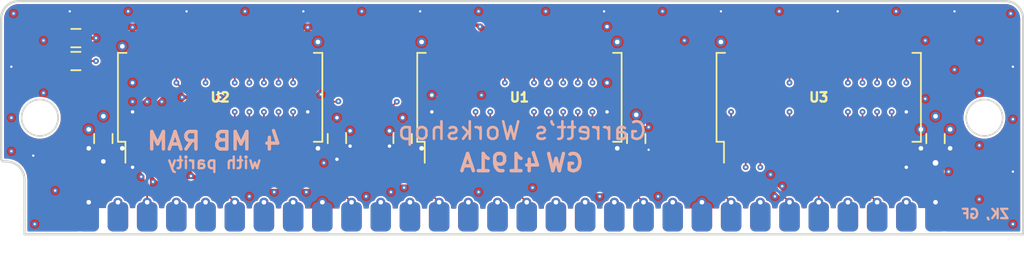
<source format=kicad_pcb>
(kicad_pcb (version 20171130) (host pcbnew "(5.1.10-1-10_14)")
  (title_block (title GW4191A) (date 2021-06-19) (rev 1.0-SOJ) (company "Garrett's Workshop"))
  (layers (0 F.Cu signal) (1 In1.Cu power) (2 In2.Cu signal) (31 B.Cu power) (34 B.Paste user) (35 F.Paste user) (36 B.SilkS user) (37 F.SilkS user) (38 B.Mask user) (39 F.Mask user) (44 Edge.Cuts user))
  (net 0 "")
  (net 1 +5V)
  (net 2 /D0)
  (net 3 /D1)
  (net 4 /~WE~)
  (net 5 /~RAS~)
  (net 6 /~CAS~)
  (net 7 /D2)
  (net 8 /D3)
  (net 9 GND)
  (net 10 /D4)
  (net 11 /D5)
  (net 12 /D6)
  (net 13 /A11)
  (net 14 /D7)
  (net 15 /QP)
  (net 16 /~CASP~)
  (net 17 /DP)
  (net 18 /1A0)
  (net 19 /1A1)
  (net 20 /1A2)
  (net 21 /1A3)
  (net 22 /1A4)
  (net 23 /1A5)
  (net 24 /1A6)
  (net 25 /1A7)
  (net 26 /1A8)
  (net 27 /1A10)
  (net 28 /1A9)
  (net 29 /~OE~)
  (net 30 "Net-(U3-Pad4)")
  (net 31 "Net-(U3-Pad23)")
  (module stdpads:SIMM-30_Edge (layer F.Cu) (at 120.65 99.822)
    (fp_text reference J1)
    (fp_text value DRAM-SIMM-30)
    (pad 1 smd roundrect (at -36.83 0.254) (size 1.778 2.54) (layers B.Cu B.Mask) (net 1 +5V))
    (pad 1 smd roundrect (at -36.83 0.254) (size 1.778 2.54) (layers F.Cu F.Mask) (net 1 +5V))
    (pad 2 smd roundrect (at -34.29 0.254) (size 1.778 2.54) (layers B.Cu B.Mask) (net 6 /~CAS~))
    (pad 3 smd roundrect (at -31.75 0.254) (size 1.778 2.54) (layers B.Cu B.Mask) (net 2 /D0))
    (pad 4 smd roundrect (at -29.21 0.254) (size 1.778 2.54) (layers B.Cu B.Mask) (net 22 /1A4))
    (pad 5 smd roundrect (at -26.67 0.254) (size 1.778 2.54) (layers B.Cu B.Mask) (net 21 /1A3))
    (pad 6 smd roundrect (at -24.13 0.254) (size 1.778 2.54) (layers B.Cu B.Mask) (net 3 /D1))
    (pad 7 smd roundrect (at -21.59 0.254) (size 1.778 2.54) (layers B.Cu B.Mask) (net 23 /1A5))
    (pad 8 smd roundrect (at -19.05 0.254) (size 1.778 2.54) (layers B.Cu B.Mask) (net 20 /1A2))
    (pad 9 smd roundrect (at -16.51 0.254) (size 1.778 2.54) (layers B.Cu B.Mask) (net 9 GND))
    (pad 10 smd roundrect (at -13.97 0.254) (size 1.778 2.54) (layers B.Cu B.Mask) (net 7 /D2))
    (pad 11 smd roundrect (at -11.43 0.254) (size 1.778 2.54) (layers B.Cu B.Mask) (net 24 /1A6))
    (pad 12 smd roundrect (at -8.89 0.254) (size 1.778 2.54) (layers B.Cu B.Mask) (net 19 /1A1))
    (pad 13 smd roundrect (at -6.35 0.254) (size 1.778 2.54) (layers B.Cu B.Mask) (net 8 /D3))
    (pad 14 smd roundrect (at -3.81 0.254) (size 1.778 2.54) (layers B.Cu B.Mask) (net 25 /1A7))
    (pad 15 smd roundrect (at -1.27 0.254) (size 1.778 2.54) (layers B.Cu B.Mask) (net 18 /1A0))
    (pad 16 smd roundrect (at 1.27 0.254) (size 1.778 2.54) (layers B.Cu B.Mask) (net 10 /D4))
    (pad 17 smd roundrect (at 3.81 0.254) (size 1.778 2.54) (layers B.Cu B.Mask) (net 26 /1A8))
    (pad 18 smd roundrect (at 6.35 0.254) (size 1.778 2.54) (layers B.Cu B.Mask) (net 27 /1A10))
    (pad 19 smd roundrect (at 8.89 0.254) (size 1.778 2.54) (layers B.Cu B.Mask) (net 28 /1A9))
    (pad 20 smd roundrect (at 11.43 0.254) (size 1.778 2.54) (layers B.Cu B.Mask) (net 11 /D5))
    (pad 21 smd roundrect (at 13.97 0.254) (size 1.778 2.54) (layers B.Cu B.Mask) (net 4 /~WE~))
    (pad 22 smd roundrect (at 16.51 0.254) (size 1.778 2.54) (layers B.Cu B.Mask) (net 9 GND))
    (pad 23 smd roundrect (at 19.05 0.254) (size 1.778 2.54) (layers B.Cu B.Mask) (net 12 /D6))
    (pad 24 smd roundrect (at 21.59 0.254) (size 1.778 2.54) (layers B.Cu B.Mask) (net 13 /A11))
    (pad 25 smd roundrect (at 24.13 0.254) (size 1.778 2.54) (layers B.Cu B.Mask) (net 14 /D7))
    (pad 26 smd roundrect (at 26.67 0.254) (size 1.778 2.54) (layers B.Cu B.Mask) (net 15 /QP))
    (pad 27 smd roundrect (at 29.21 0.254) (size 1.778 2.54) (layers B.Cu B.Mask) (net 5 /~RAS~))
    (pad 28 smd roundrect (at 31.75 0.254) (size 1.778 2.54) (layers B.Cu B.Mask) (net 16 /~CASP~))
    (pad 29 smd roundrect (at 34.29 0.254) (size 1.778 2.54) (layers B.Cu B.Mask) (net 17 /DP))
    (pad 30 smd roundrect (at 36.83 0.254) (size 1.778 2.54) (layers B.Cu B.Mask) (net 1 +5V))
    (pad 2 smd roundrect (at -34.29 0.254) (size 1.778 2.54) (layers F.Cu F.Mask) (net 6 /~CAS~))
    (pad 3 thru_hole circle (at -31.75 -1.016) (size 0.8 0.8) (drill 0.4) (layers *.Cu *.Mask) (net 2 /D0))
    (pad 11 smd roundrect (at -11.43 0.254) (size 1.778 2.54) (layers F.Cu F.Mask) (net 24 /1A6))
    (pad 5 smd roundrect (at -26.67 0.254) (size 1.778 2.54) (layers F.Cu F.Mask) (net 21 /1A3))
    (pad 12 smd roundrect (at -8.89 0.254) (size 1.778 2.54) (layers F.Cu F.Mask) (net 19 /1A1))
    (pad 26 smd roundrect (at 26.67 0.254) (size 1.778 2.54) (layers F.Cu F.Mask) (net 15 /QP))
    (pad 13 smd roundrect (at -6.35 0.254) (size 1.778 2.54) (layers F.Cu F.Mask) (net 8 /D3))
    (pad 14 smd roundrect (at -3.81 0.254) (size 1.778 2.54) (layers F.Cu F.Mask) (net 25 /1A7))
    (pad 4 smd roundrect (at -29.21 0.254) (size 1.778 2.54) (layers F.Cu F.Mask) (net 22 /1A4))
    (pad 29 smd roundrect (at 34.29 0.254) (size 1.778 2.54) (layers F.Cu F.Mask) (net 17 /DP))
    (pad 3 smd roundrect (at -31.75 0.254) (size 1.778 2.54) (layers F.Cu F.Mask) (net 2 /D0))
    (pad 24 smd roundrect (at 21.59 0.254) (size 1.778 2.54) (layers F.Cu F.Mask) (net 13 /A11))
    (pad 16 smd roundrect (at 1.27 0.254) (size 1.778 2.54) (layers F.Cu F.Mask) (net 10 /D4))
    (pad 20 smd roundrect (at 11.43 0.254) (size 1.778 2.54) (layers F.Cu F.Mask) (net 11 /D5))
    (pad 23 smd roundrect (at 19.05 0.254) (size 1.778 2.54) (layers F.Cu F.Mask) (net 12 /D6))
    (pad 9 smd roundrect (at -16.51 0.254) (size 1.778 2.54) (layers F.Cu F.Mask) (net 9 GND))
    (pad 18 smd roundrect (at 6.35 0.254) (size 1.778 2.54) (layers F.Cu F.Mask) (net 27 /1A10))
    (pad 21 smd roundrect (at 13.97 0.254) (size 1.778 2.54) (layers F.Cu F.Mask) (net 4 /~WE~))
    (pad 19 smd roundrect (at 8.89 0.254) (size 1.778 2.54) (layers F.Cu F.Mask) (net 28 /1A9))
    (pad 10 smd roundrect (at -13.97 0.254) (size 1.778 2.54) (layers F.Cu F.Mask) (net 7 /D2))
    (pad 22 smd roundrect (at 16.51 0.254) (size 1.778 2.54) (layers F.Cu F.Mask) (net 9 GND))
    (pad 6 smd roundrect (at -24.13 0.254) (size 1.778 2.54) (layers F.Cu F.Mask) (net 3 /D1))
    (pad 17 smd roundrect (at 3.81 0.254) (size 1.778 2.54) (layers F.Cu F.Mask) (net 26 /1A8))
    (pad 7 smd roundrect (at -21.59 0.254) (size 1.778 2.54) (layers F.Cu F.Mask) (net 23 /1A5))
    (pad 8 smd roundrect (at -19.05 0.254) (size 1.778 2.54) (layers F.Cu F.Mask) (net 20 /1A2))
    (pad 27 smd roundrect (at 29.21 0.254) (size 1.778 2.54) (layers F.Cu F.Mask) (net 5 /~RAS~))
    (pad 28 smd roundrect (at 31.75 0.254) (size 1.778 2.54) (layers F.Cu F.Mask) (net 16 /~CASP~))
    (pad 30 smd roundrect (at 36.83 0.254) (size 1.778 2.54) (layers F.Cu F.Mask) (net 1 +5V))
    (pad 15 smd roundrect (at -1.27 0.254) (size 1.778 2.54) (layers F.Cu F.Mask) (net 18 /1A0))
    (pad 25 smd roundrect (at 24.13 0.254) (size 1.778 2.54) (layers F.Cu F.Mask) (net 14 /D7))
    (pad 2 thru_hole circle (at -34.29 -1.016) (size 0.8 0.8) (drill 0.4) (layers *.Cu *.Mask) (net 6 /~CAS~))
    (pad 1 thru_hole circle (at -36.83 -1.016) (size 0.8 0.8) (drill 0.4) (layers *.Cu *.Mask) (net 1 +5V))
    (pad 5 thru_hole circle (at -26.67 -1.016) (size 0.8 0.8) (drill 0.4) (layers *.Cu *.Mask) (net 21 /1A3))
    (pad 4 thru_hole circle (at -29.21 -1.016) (size 0.8 0.8) (drill 0.4) (layers *.Cu *.Mask) (net 22 /1A4))
    (pad 6 thru_hole circle (at -24.13 -1.016) (size 0.8 0.8) (drill 0.4) (layers *.Cu *.Mask) (net 3 /D1))
    (pad 7 thru_hole circle (at -21.59 -1.016) (size 0.8 0.8) (drill 0.4) (layers *.Cu *.Mask) (net 23 /1A5))
    (pad 9 thru_hole circle (at -16.51 -1.016) (size 0.8 0.8) (drill 0.4) (layers *.Cu *.Mask) (net 9 GND))
    (pad 8 thru_hole circle (at -19.05 -1.016) (size 0.8 0.8) (drill 0.4) (layers *.Cu *.Mask) (net 20 /1A2))
    (pad 11 thru_hole circle (at -11.43 -1.016) (size 0.8 0.8) (drill 0.4) (layers *.Cu *.Mask) (net 24 /1A6))
    (pad 10 thru_hole circle (at -13.97 -1.016) (size 0.8 0.8) (drill 0.4) (layers *.Cu *.Mask) (net 7 /D2))
    (pad 12 thru_hole circle (at -8.89 -1.016) (size 0.8 0.8) (drill 0.4) (layers *.Cu *.Mask) (net 19 /1A1))
    (pad 14 thru_hole circle (at -3.81 -1.016) (size 0.8 0.8) (drill 0.4) (layers *.Cu *.Mask) (net 25 /1A7))
    (pad 13 thru_hole circle (at -6.35 -1.016) (size 0.8 0.8) (drill 0.4) (layers *.Cu *.Mask) (net 8 /D3))
    (pad 15 thru_hole circle (at -1.27 -1.016) (size 0.8 0.8) (drill 0.4) (layers *.Cu *.Mask) (net 18 /1A0))
    (pad 17 thru_hole circle (at 3.81 -1.016) (size 0.8 0.8) (drill 0.4) (layers *.Cu *.Mask) (net 26 /1A8))
    (pad 16 thru_hole circle (at 1.27 -1.016) (size 0.8 0.8) (drill 0.4) (layers *.Cu *.Mask) (net 10 /D4))
    (pad 18 thru_hole circle (at 6.35 -1.016) (size 0.8 0.8) (drill 0.4) (layers *.Cu *.Mask) (net 27 /1A10))
    (pad 27 thru_hole circle (at 29.21 -1.016) (size 0.8 0.8) (drill 0.4) (layers *.Cu *.Mask) (net 5 /~RAS~))
    (pad 26 thru_hole circle (at 26.67 -1.016) (size 0.8 0.8) (drill 0.4) (layers *.Cu *.Mask) (net 15 /QP))
    (pad 28 thru_hole circle (at 31.75 -1.016) (size 0.8 0.8) (drill 0.4) (layers *.Cu *.Mask) (net 16 /~CASP~))
    (pad 21 thru_hole circle (at 13.97 -1.016) (size 0.8 0.8) (drill 0.4) (layers *.Cu *.Mask) (net 4 /~WE~))
    (pad 20 thru_hole circle (at 11.43 -1.016) (size 0.8 0.8) (drill 0.4) (layers *.Cu *.Mask) (net 11 /D5))
    (pad 22 thru_hole circle (at 16.51 -1.016) (size 0.8 0.8) (drill 0.4) (layers *.Cu *.Mask) (net 9 GND))
    (pad 24 thru_hole circle (at 21.59 -1.016) (size 0.8 0.8) (drill 0.4) (layers *.Cu *.Mask) (net 13 /A11))
    (pad 23 thru_hole circle (at 19.05 -1.016) (size 0.8 0.8) (drill 0.4) (layers *.Cu *.Mask) (net 12 /D6))
    (pad 25 thru_hole circle (at 24.13 -1.016) (size 0.8 0.8) (drill 0.4) (layers *.Cu *.Mask) (net 14 /D7))
    (pad 19 thru_hole circle (at 8.89 -1.016) (size 0.8 0.8) (drill 0.4) (layers *.Cu *.Mask) (net 28 /1A9))
    (pad 29 thru_hole circle (at 34.29 -1.016) (size 0.8 0.8) (drill 0.4) (layers *.Cu *.Mask) (net 17 /DP))
    (pad 30 thru_hole circle (at 36.83 -1.016) (size 0.8 0.8) (drill 0.4) (layers *.Cu *.Mask) (net 1 +5V))
  )
  (module stdpads:C_0805 (layer F.Cu) (at 85.09 93.257 90)
    (fp_text reference C1)
    (fp_text value 2u2)
    (pad 2 smd roundrect (at 0.85 0 90) (size 1.05 1.4) (layers F.Cu F.Paste F.Mask) (net 9 GND))
    (pad 1 smd roundrect (at -0.85 0 90) (size 1.05 1.4) (layers F.Cu F.Paste F.Mask) (net 1 +5V))
  )
  (module stdpads:C_0805 (layer F.Cu) (at 105.41 93.257 90)
    (fp_text reference C2)
    (fp_text value 2u2)
    (pad 2 smd roundrect (at 0.85 0 90) (size 1.05 1.4) (layers F.Cu F.Paste F.Mask) (net 9 GND))
    (pad 1 smd roundrect (at -0.85 0 90) (size 1.05 1.4) (layers F.Cu F.Paste F.Mask) (net 1 +5V))
  )
  (module stdpads:C_0805 (layer F.Cu) (at 111.125 93.257 90)
    (fp_text reference C3)
    (fp_text value 2u2)
    (pad 2 smd roundrect (at 0.85 0 90) (size 1.05 1.4) (layers F.Cu F.Paste F.Mask) (net 9 GND))
    (pad 1 smd roundrect (at -0.85 0 90) (size 1.05 1.4) (layers F.Cu F.Paste F.Mask) (net 1 +5V))
  )
  (module stdpads:C_0805 (layer F.Cu) (at 157.48 93.257 90)
    (fp_text reference C5)
    (fp_text value 2u2)
    (pad 2 smd roundrect (at 0.85 0 90) (size 1.05 1.4) (layers F.Cu F.Paste F.Mask) (net 9 GND))
    (pad 1 smd roundrect (at -0.85 0 90) (size 1.05 1.4) (layers F.Cu F.Paste F.Mask) (net 1 +5V))
  )
  (module stdpads:C_0805 (layer F.Cu) (at 131.445 93.257 90)
    (fp_text reference C4)
    (fp_text value 2u2)
    (pad 2 smd roundrect (at 0.85 0 90) (size 1.05 1.4) (layers F.Cu F.Paste F.Mask) (net 9 GND))
    (pad 1 smd roundrect (at -0.85 0 90) (size 1.05 1.4) (layers F.Cu F.Paste F.Mask) (net 1 +5V))
  )
  (module stdpads:R_0805 (layer F.Cu) (at 82.7 86.5 180)
    (fp_text reference R1)
    (fp_text value EDO)
    (pad 2 smd roundrect (at 0.95 0 180) (size 0.85 1.4) (layers F.Cu F.Paste F.Mask) (net 29 /~OE~))
    (pad 1 smd roundrect (at -0.95 0 180) (size 0.85 1.4) (layers F.Cu F.Paste F.Mask) (net 6 /~CAS~))
  )
  (module stdpads:R_0805 (layer F.Cu) (at 82.7 84.5)
    (fp_text reference R2)
    (fp_text value FPM)
    (pad 2 smd roundrect (at 0.95 0) (size 0.85 1.4) (layers F.Cu F.Paste F.Mask) (net 9 GND))
    (pad 1 smd roundrect (at -0.95 0) (size 0.85 1.4) (layers F.Cu F.Paste F.Mask) (net 29 /~OE~))
  )
  (module stdpads:SOP-24-26_300mil (layer F.Cu) (at 121.285 89.662 90)
    (fp_text reference U1)
    (fp_text value 4C4M4)
    (fp_text user %R (at 0 0) (layer F.SilkS) (effects (font (size 0.8128 0.8128) (thickness 0.2032))))
    (pad 1 smd roundrect (at -4.699 -7.62 90) (size 2.032 0.6) (layers F.Cu F.Paste F.Mask) (net 1 +5V))
    (pad 2 smd roundrect (at -4.699 -6.35 90) (size 2.032 0.6) (layers F.Cu F.Paste F.Mask) (net 11 /D5))
    (pad 3 smd roundrect (at -4.699 -5.08 90) (size 2.032 0.6) (layers F.Cu F.Paste F.Mask) (net 14 /D7))
    (pad 4 smd roundrect (at -4.699 -3.81 90) (size 2.032 0.6) (layers F.Cu F.Paste F.Mask) (net 4 /~WE~))
    (pad 5 smd roundrect (at -4.699 -2.54 90) (size 2.032 0.6) (layers F.Cu F.Paste F.Mask) (net 5 /~RAS~))
    (pad 6 smd roundrect (at -4.699 -1.27 90) (size 2.032 0.6) (layers F.Cu F.Paste F.Mask))
    (pad 8 smd roundrect (at -4.699 1.27 90) (size 2.032 0.6) (layers F.Cu F.Paste F.Mask) (net 27 /1A10))
    (pad 9 smd roundrect (at -4.699 2.54 90) (size 2.032 0.6) (layers F.Cu F.Paste F.Mask) (net 18 /1A0))
    (pad 10 smd roundrect (at -4.699 3.81 90) (size 2.032 0.6) (layers F.Cu F.Paste F.Mask) (net 19 /1A1))
    (pad 11 smd roundrect (at -4.699 5.08 90) (size 2.032 0.6) (layers F.Cu F.Paste F.Mask) (net 20 /1A2))
    (pad 12 smd roundrect (at -4.699 6.35 90) (size 2.032 0.6) (layers F.Cu F.Paste F.Mask) (net 21 /1A3))
    (pad 13 smd roundrect (at -4.699 7.62 90) (size 2.032 0.6) (layers F.Cu F.Paste F.Mask) (net 1 +5V))
    (pad 14 smd roundrect (at 4.699 7.62 90) (size 2.032 0.6) (layers F.Cu F.Paste F.Mask) (net 9 GND))
    (pad 15 smd roundrect (at 4.699 6.35 90) (size 2.032 0.6) (layers F.Cu F.Paste F.Mask) (net 22 /1A4))
    (pad 16 smd roundrect (at 4.699 5.08 90) (size 2.032 0.6) (layers F.Cu F.Paste F.Mask) (net 23 /1A5))
    (pad 17 smd roundrect (at 4.699 3.81 90) (size 2.032 0.6) (layers F.Cu F.Paste F.Mask) (net 24 /1A6))
    (pad 18 smd roundrect (at 4.699 2.54 90) (size 2.032 0.6) (layers F.Cu F.Paste F.Mask) (net 25 /1A7))
    (pad 19 smd roundrect (at 4.699 1.27 90) (size 2.032 0.6) (layers F.Cu F.Paste F.Mask) (net 26 /1A8))
    (pad 21 smd roundrect (at 4.699 -1.27 90) (size 2.032 0.6) (layers F.Cu F.Paste F.Mask) (net 28 /1A9))
    (pad 22 smd roundrect (at 4.699 -2.54 90) (size 2.032 0.6) (layers F.Cu F.Paste F.Mask) (net 29 /~OE~))
    (pad 23 smd roundrect (at 4.699 -3.81 90) (size 2.032 0.6) (layers F.Cu F.Paste F.Mask) (net 6 /~CAS~))
    (pad 24 smd roundrect (at 4.699 -5.08 90) (size 2.032 0.6) (layers F.Cu F.Paste F.Mask) (net 12 /D6))
    (pad 25 smd roundrect (at 4.699 -6.35 90) (size 2.032 0.6) (layers F.Cu F.Paste F.Mask) (net 10 /D4))
    (pad 26 smd roundrect (at 4.699 -7.62 90) (size 2.032 0.6) (layers F.Cu F.Paste F.Mask) (net 9 GND))
  )
  (module stdpads:SOP-24-26_300mil (layer F.Cu) (at 95.25 89.662 90)
    (fp_text reference U2)
    (fp_text value 4C4M4)
    (fp_text user %R (at 0 0) (layer F.SilkS) (effects (font (size 0.8128 0.8128) (thickness 0.2032))))
    (pad 26 smd roundrect (at 4.699 -7.62 90) (size 2.032 0.6) (layers F.Cu F.Paste F.Mask) (net 9 GND))
    (pad 25 smd roundrect (at 4.699 -6.35 90) (size 2.032 0.6) (layers F.Cu F.Paste F.Mask) (net 2 /D0))
    (pad 24 smd roundrect (at 4.699 -5.08 90) (size 2.032 0.6) (layers F.Cu F.Paste F.Mask) (net 7 /D2))
    (pad 23 smd roundrect (at 4.699 -3.81 90) (size 2.032 0.6) (layers F.Cu F.Paste F.Mask) (net 6 /~CAS~))
    (pad 22 smd roundrect (at 4.699 -2.54 90) (size 2.032 0.6) (layers F.Cu F.Paste F.Mask) (net 29 /~OE~))
    (pad 21 smd roundrect (at 4.699 -1.27 90) (size 2.032 0.6) (layers F.Cu F.Paste F.Mask) (net 22 /1A4))
    (pad 19 smd roundrect (at 4.699 1.27 90) (size 2.032 0.6) (layers F.Cu F.Paste F.Mask) (net 23 /1A5))
    (pad 18 smd roundrect (at 4.699 2.54 90) (size 2.032 0.6) (layers F.Cu F.Paste F.Mask) (net 24 /1A6))
    (pad 17 smd roundrect (at 4.699 3.81 90) (size 2.032 0.6) (layers F.Cu F.Paste F.Mask) (net 25 /1A7))
    (pad 16 smd roundrect (at 4.699 5.08 90) (size 2.032 0.6) (layers F.Cu F.Paste F.Mask) (net 26 /1A8))
    (pad 15 smd roundrect (at 4.699 6.35 90) (size 2.032 0.6) (layers F.Cu F.Paste F.Mask) (net 28 /1A9))
    (pad 14 smd roundrect (at 4.699 7.62 90) (size 2.032 0.6) (layers F.Cu F.Paste F.Mask) (net 9 GND))
    (pad 13 smd roundrect (at -4.699 7.62 90) (size 2.032 0.6) (layers F.Cu F.Paste F.Mask) (net 1 +5V))
    (pad 12 smd roundrect (at -4.699 6.35 90) (size 2.032 0.6) (layers F.Cu F.Paste F.Mask) (net 27 /1A10))
    (pad 11 smd roundrect (at -4.699 5.08 90) (size 2.032 0.6) (layers F.Cu F.Paste F.Mask) (net 18 /1A0))
    (pad 10 smd roundrect (at -4.699 3.81 90) (size 2.032 0.6) (layers F.Cu F.Paste F.Mask) (net 19 /1A1))
    (pad 9 smd roundrect (at -4.699 2.54 90) (size 2.032 0.6) (layers F.Cu F.Paste F.Mask) (net 20 /1A2))
    (pad 8 smd roundrect (at -4.699 1.27 90) (size 2.032 0.6) (layers F.Cu F.Paste F.Mask) (net 21 /1A3))
    (pad 6 smd roundrect (at -4.699 -1.27 90) (size 2.032 0.6) (layers F.Cu F.Paste F.Mask))
    (pad 5 smd roundrect (at -4.699 -2.54 90) (size 2.032 0.6) (layers F.Cu F.Paste F.Mask) (net 5 /~RAS~))
    (pad 4 smd roundrect (at -4.699 -3.81 90) (size 2.032 0.6) (layers F.Cu F.Paste F.Mask) (net 4 /~WE~))
    (pad 3 smd roundrect (at -4.699 -5.08 90) (size 2.032 0.6) (layers F.Cu F.Paste F.Mask) (net 8 /D3))
    (pad 2 smd roundrect (at -4.699 -6.35 90) (size 2.032 0.6) (layers F.Cu F.Paste F.Mask) (net 3 /D1))
    (pad 1 smd roundrect (at -4.699 -7.62 90) (size 2.032 0.6) (layers F.Cu F.Paste F.Mask) (net 1 +5V))
  )
  (module stdpads:SOP-20-26_300mil (layer F.Cu) (at 147.32 89.662 90)
    (fp_text reference U3)
    (fp_text value 4C4M1)
    (fp_text user %R (at 0 0) (layer F.SilkS) (effects (font (size 0.8128 0.8128) (thickness 0.2032))))
    (pad 26 smd roundrect (at 4.699 -7.62 90) (size 2.032 0.6) (layers F.Cu F.Paste F.Mask) (net 9 GND))
    (pad 25 smd roundrect (at 4.699 -6.35 90) (size 2.032 0.6) (layers F.Cu F.Paste F.Mask) (net 15 /QP))
    (pad 24 smd roundrect (at 4.699 -5.08 90) (size 2.032 0.6) (layers F.Cu F.Paste F.Mask) (net 16 /~CASP~))
    (pad 23 smd roundrect (at 4.699 -3.81 90) (size 2.032 0.6) (layers F.Cu F.Paste F.Mask) (net 31 "Net-(U3-Pad23)"))
    (pad 22 smd roundrect (at 4.699 -2.54 90) (size 2.032 0.6) (layers F.Cu F.Paste F.Mask) (net 27 /1A10))
    (pad 18 smd roundrect (at 4.699 2.54 90) (size 2.032 0.6) (layers F.Cu F.Paste F.Mask) (net 26 /1A8))
    (pad 17 smd roundrect (at 4.699 3.81 90) (size 2.032 0.6) (layers F.Cu F.Paste F.Mask) (net 25 /1A7))
    (pad 16 smd roundrect (at 4.699 5.08 90) (size 2.032 0.6) (layers F.Cu F.Paste F.Mask) (net 24 /1A6))
    (pad 15 smd roundrect (at 4.699 6.35 90) (size 2.032 0.6) (layers F.Cu F.Paste F.Mask) (net 23 /1A5))
    (pad 14 smd roundrect (at 4.699 7.62 90) (size 2.032 0.6) (layers F.Cu F.Paste F.Mask) (net 22 /1A4))
    (pad 13 smd roundrect (at -4.699 7.62 90) (size 2.032 0.6) (layers F.Cu F.Paste F.Mask) (net 1 +5V))
    (pad 12 smd roundrect (at -4.699 6.35 90) (size 2.032 0.6) (layers F.Cu F.Paste F.Mask) (net 21 /1A3))
    (pad 11 smd roundrect (at -4.699 5.08 90) (size 2.032 0.6) (layers F.Cu F.Paste F.Mask) (net 20 /1A2))
    (pad 10 smd roundrect (at -4.699 3.81 90) (size 2.032 0.6) (layers F.Cu F.Paste F.Mask) (net 19 /1A1))
    (pad 9 smd roundrect (at -4.699 2.54 90) (size 2.032 0.6) (layers F.Cu F.Paste F.Mask) (net 18 /1A0))
    (pad 5 smd roundrect (at -4.699 -2.54 90) (size 2.032 0.6) (layers F.Cu F.Paste F.Mask) (net 28 /1A9))
    (pad 4 smd roundrect (at -4.699 -3.81 90) (size 2.032 0.6) (layers F.Cu F.Paste F.Mask) (net 30 "Net-(U3-Pad4)"))
    (pad 3 smd roundrect (at -4.699 -5.08 90) (size 2.032 0.6) (layers F.Cu F.Paste F.Mask) (net 5 /~RAS~))
    (pad 2 smd roundrect (at -4.699 -6.35 90) (size 2.032 0.6) (layers F.Cu F.Paste F.Mask) (net 4 /~WE~))
    (pad 1 smd roundrect (at -4.699 -7.62 90) (size 2.032 0.6) (layers F.Cu F.Paste F.Mask) (net 17 /DP))
  )
  (gr_text "ZK, GF" (at 161.798 99.822) (layer B.SilkS) (effects (font (size 0.8128 0.8128) (thickness 0.2032)) (justify mirror)))
  (gr_arc (start 76.6445 96.8375) (end 78.232 96.8375) (angle -90) (layer Edge.Cuts) (width 0.2))
  (gr_line (start 76.2 94.996) (end 76.2 82.804) (layer Edge.Cuts) (width 0.2))
  (gr_line (start 78.232 101.6) (end 78.232 96.8375) (layer Edge.Cuts) (width 0.2))
  (gr_line (start 76.6445 95.25) (end 76.454 95.25) (layer Edge.Cuts) (width 0.2))
  (gr_arc (start 76.454 94.996) (end 76.2 94.996) (angle -90) (layer Edge.Cuts) (width 0.2))
  (gr_text "4 MB RAM" (at 94.742 93.472) (layer B.SilkS) (effects (font (size 1.524 1.524) (thickness 0.3)) (justify mirror)))
  (gr_text "with parity" (at 94.742 95.377) (layer B.SilkS) (effects (font (size 1.016 1.016) (thickness 0.2032)) (justify mirror)))
  (gr_text "Garrett’s Workshop" (at 121.539 92.583) (layer B.SilkS) (effects (font (size 1.524 1.524) (thickness 0.225)) (justify mirror)))
  (gr_text GW (at 125.222 95.377) (layer B.SilkS) (effects (font (size 1.5 1.5) (thickness 0.3)) (justify mirror)))
  (gr_arc (start 77.724 82.804) (end 77.724 81.28) (angle -90) (layer Edge.Cuts) (width 0.2))
  (gr_arc (start 163.576 82.804) (end 165.1 82.804) (angle -90) (layer Edge.Cuts) (width 0.2))
  (gr_text 4191A (at 119.634 95.377) (layer B.SilkS) (effects (font (size 1.5 1.5) (thickness 0.3)) (justify mirror)))
  (gr_circle (center 79.5655 91.44) (end 77.978 91.44) (layer Edge.Cuts) (width 0.15))
  (gr_circle (center 161.7345 91.44) (end 163.322 91.44) (layer Edge.Cuts) (width 0.15))
  (gr_line (start 165.1 82.804) (end 165.1 101.6) (layer Edge.Cuts) (width 0.2))
  (gr_line (start 77.724 81.28) (end 163.576 81.28) (layer Edge.Cuts) (width 0.2))
  (gr_line (start 165.1 101.6) (end 78.232 101.6) (layer Edge.Cuts) (width 0.2))
  (via (at 86.741 94.107) (size 0.8) (drill 0.4) (layers F.Cu B.Cu) (net 1))
  (segment (start 87.625 94.107) (end 87.63 94.112) (width 0.508) (layer F.Cu) (net 1))
  (segment (start 86.741 94.107) (end 87.625 94.107) (width 0.508) (layer F.Cu) (net 1))
  (via (at 112.776 94.107) (size 0.8) (drill 0.4) (layers F.Cu B.Cu) (net 1))
  (via (at 129.794 94.107) (size 0.8) (drill 0.4) (layers F.Cu B.Cu) (net 1))
  (segment (start 102.875 94.107) (end 102.87 94.112) (width 0.508) (layer F.Cu) (net 1))
  (segment (start 113.66 94.107) (end 113.665 94.112) (width 0.508) (layer F.Cu) (net 1))
  (segment (start 112.776 94.107) (end 113.66 94.107) (width 0.508) (layer F.Cu) (net 1))
  (segment (start 128.91 94.107) (end 128.905 94.112) (width 0.508) (layer F.Cu) (net 1))
  (segment (start 129.794 94.107) (end 128.91 94.107) (width 0.508) (layer F.Cu) (net 1))
  (segment (start 85.09 94.107) (end 86.741 94.107) (width 0.762) (layer F.Cu) (net 1))
  (via (at 83.82 94.107) (size 0.8) (drill 0.4) (layers F.Cu B.Cu) (net 1))
  (segment (start 85.09 94.107) (end 83.82 94.107) (width 0.762) (layer F.Cu) (net 1))
  (via (at 85.09 95.25) (size 0.8) (drill 0.4) (layers F.Cu B.Cu) (net 1))
  (segment (start 85.09 94.107) (end 85.09 95.25) (width 0.762) (layer F.Cu) (net 1))
  (segment (start 103.759 94.107) (end 102.875 94.107) (width 0.508) (layer F.Cu) (net 1))
  (via (at 103.759 94.107) (size 0.8) (drill 0.4) (layers F.Cu B.Cu) (net 1))
  (segment (start 105.41 94.107) (end 103.759 94.107) (width 0.762) (layer F.Cu) (net 1))
  (segment (start 111.125 94.107) (end 112.776 94.107) (width 0.762) (layer F.Cu) (net 1))
  (segment (start 131.445 94.107) (end 129.794 94.107) (width 0.762) (layer F.Cu) (net 1))
  (segment (start 157.48 98.806) (end 157.48 95.377) (width 1.27) (layer F.Cu) (net 1))
  (segment (start 157.48 95.377) (end 157.48 94.107) (width 0.762) (layer F.Cu) (net 1))
  (via (at 156.21 94.107) (size 0.8) (drill 0.4) (layers F.Cu B.Cu) (net 1))
  (segment (start 157.48 94.107) (end 156.21 94.107) (width 0.8) (layer F.Cu) (net 1))
  (via (at 158.75 94.107) (size 0.8) (drill 0.4) (layers F.Cu B.Cu) (net 1))
  (segment (start 157.48 94.107) (end 158.75 94.107) (width 0.8) (layer F.Cu) (net 1))
  (via (at 157.48 95.377) (size 1) (drill 0.5) (layers F.Cu B.Cu) (net 1))
  (via (at 113.665 90.932) (size 0.6) (drill 0.3) (layers F.Cu B.Cu) (net 1))
  (segment (start 113.665 94.112) (end 113.665 90.932) (width 0.6) (layer F.Cu) (net 1))
  (via (at 128.905 90.932) (size 0.6) (drill 0.3) (layers F.Cu B.Cu) (net 1))
  (segment (start 128.905 94.112) (end 128.905 90.932) (width 0.6) (layer F.Cu) (net 1))
  (via (at 102.87 90.932) (size 0.6) (drill 0.3) (layers F.Cu B.Cu) (net 1))
  (segment (start 102.87 94.112) (end 102.87 90.932) (width 0.6) (layer F.Cu) (net 1))
  (via (at 87.63 90.932) (size 0.6) (drill 0.3) (layers F.Cu B.Cu) (net 1))
  (segment (start 87.63 94.112) (end 87.63 90.932) (width 0.6) (layer F.Cu) (net 1))
  (via (at 87.63 95.758) (size 0.6) (drill 0.3) (layers F.Cu B.Cu) (net 1))
  (segment (start 87.63 94.112) (end 87.63 95.758) (width 0.6) (layer F.Cu) (net 1))
  (via (at 159.131 82.169) (size 0.508) (drill 0.2) (layers F.Cu B.Cu) (net 1))
  (via (at 148.971 82.169) (size 0.508) (drill 0.2) (layers F.Cu B.Cu) (net 1))
  (via (at 92.329 82.169) (size 0.508) (drill 0.2) (layers F.Cu B.Cu) (net 1))
  (via (at 102.489 82.169) (size 0.508) (drill 0.2) (layers F.Cu B.Cu) (net 1))
  (via (at 138.811 82.169) (size 0.508) (drill 0.2) (layers F.Cu B.Cu) (net 1))
  (via (at 128.651 82.169) (size 0.508) (drill 0.2) (layers F.Cu B.Cu) (net 1))
  (via (at 112.649 82.169) (size 0.508) (drill 0.2) (layers F.Cu B.Cu) (net 1))
  (via (at 82.169 82.169) (size 0.508) (drill 0.2) (layers F.Cu B.Cu) (net 1))
  (via (at 105.41 95.0595) (size 0.6) (drill 0.3) (layers F.Cu B.Cu) (net 1))
  (segment (start 105.41 94.107) (end 105.41 95.0595) (width 0.6) (layer F.Cu) (net 1))
  (via (at 109.982 93.9165) (size 0.6) (drill 0.3) (layers F.Cu B.Cu) (net 1))
  (segment (start 110.1725 94.107) (end 109.982 93.9165) (width 0.6) (layer F.Cu) (net 1))
  (segment (start 111.125 94.107) (end 110.1725 94.107) (width 0.6) (layer F.Cu) (net 1))
  (segment (start 156.21 94.107) (end 154.94 94.107) (width 0.6) (layer F.Cu) (net 1))
  (segment (start 154.94 94.107) (end 154.94 93.362) (width 0.6) (layer F.Cu) (net 1))
  (via (at 154.94 95.758) (size 0.6) (drill 0.3) (layers F.Cu B.Cu) (net 1))
  (segment (start 154.94 93.362) (end 154.94 95.758) (width 0.6) (layer F.Cu) (net 1))
  (via (at 154.94 90.932) (size 0.6) (drill 0.3) (layers F.Cu B.Cu) (net 1))
  (segment (start 154.94 93.362) (end 154.94 90.932) (width 0.6) (layer F.Cu) (net 1))
  (via (at 106.553 93.9165) (size 0.6) (drill 0.3) (layers F.Cu B.Cu) (net 1))
  (segment (start 106.3625 94.107) (end 106.553 93.9165) (width 0.6) (layer F.Cu) (net 1))
  (segment (start 105.41 94.107) (end 106.3625 94.107) (width 0.6) (layer F.Cu) (net 1))
  (via (at 132.5245 94.234) (size 0.508) (drill 0.2) (layers F.Cu B.Cu) (net 1))
  (segment (start 132.3975 94.107) (end 132.5245 94.234) (width 0.508) (layer F.Cu) (net 1))
  (segment (start 131.445 94.107) (end 132.3975 94.107) (width 0.508) (layer F.Cu) (net 1))
  (via (at 77.089 86.995) (size 0.508) (drill 0.2) (layers F.Cu B.Cu) (net 1))
  (via (at 164.211 86.995) (size 0.508) (drill 0.2) (layers F.Cu B.Cu) (net 1))
  (via (at 164.211 96.139) (size 0.508) (drill 0.2) (layers F.Cu B.Cu) (net 1))
  (via (at 78.994 94.742) (size 0.508) (drill 0.2) (layers F.Cu B.Cu) (net 1))
  (segment (start 88.9 89.281) (end 88.9 85.962) (width 0.1524) (layer F.Cu) (net 2))
  (segment (start 88.265 89.916) (end 88.9 89.281) (width 0.1524) (layer F.Cu) (net 2))
  (segment (start 88.265 95.758) (end 88.265 89.916) (width 0.1524) (layer F.Cu) (net 2))
  (segment (start 88.9 96.393) (end 88.265 95.758) (width 0.1524) (layer F.Cu) (net 2))
  (segment (start 88.9 98.806) (end 88.9 96.393) (width 0.1524) (layer F.Cu) (net 2))
  (segment (start 88.9 95.758) (end 88.9 94.112) (width 0.1524) (layer F.Cu) (net 3))
  (segment (start 95.504 97.79) (end 90.932 97.79) (width 0.1524) (layer F.Cu) (net 3))
  (segment (start 96.52 98.806) (end 95.504 97.79) (width 0.1524) (layer F.Cu) (net 3))
  (segment (start 90.932 97.79) (end 88.9 95.758) (width 0.1524) (layer F.Cu) (net 3))
  (segment (start 117.475 94.112) (end 117.475 90.932) (width 0.1524) (layer F.Cu) (net 4))
  (via (at 117.475 90.932) (size 0.508) (drill 0.2) (layers F.Cu B.Cu) (net 4))
  (segment (start 91.44 90.932) (end 91.44 94.112) (width 0.1524) (layer F.Cu) (net 4))
  (segment (start 92.329 90.043) (end 91.44 90.932) (width 0.1524) (layer F.Cu) (net 4))
  (segment (start 94.869 90.043) (end 92.329 90.043) (width 0.1524) (layer F.Cu) (net 4))
  (segment (start 94.996 90.17) (end 94.869 90.043) (width 0.1524) (layer F.Cu) (net 4))
  (segment (start 95.504 90.17) (end 94.996 90.17) (width 0.1524) (layer F.Cu) (net 4))
  (segment (start 105.50525 90.043) (end 95.631 90.043) (width 0.1524) (layer F.Cu) (net 4))
  (segment (start 95.631 90.043) (end 95.504 90.17) (width 0.1524) (layer F.Cu) (net 4))
  (segment (start 105.537 90.01125) (end 105.50525 90.043) (width 0.1524) (layer F.Cu) (net 4))
  (via (at 105.537 90.01125) (size 0.508) (drill 0.2) (layers F.Cu B.Cu) (net 4))
  (segment (start 140.97 93.362) (end 140.97 95.758) (width 0.1524) (layer F.Cu) (net 4))
  (via (at 140.97 95.758) (size 0.508) (drill 0.2) (layers F.Cu B.Cu) (net 4))
  (via (at 118.745 90.932) (size 0.508) (drill 0.2) (layers F.Cu B.Cu) (net 5))
  (segment (start 118.745 94.112) (end 118.745 90.932) (width 0.1524) (layer F.Cu) (net 5))
  (segment (start 142.24 93.362) (end 142.24 95.758) (width 0.1524) (layer F.Cu) (net 5))
  (via (at 142.24 95.758) (size 0.508) (drill 0.2) (layers F.Cu B.Cu) (net 5))
  (segment (start 92.71 95.758) (end 92.71 93.362) (width 0.1524) (layer F.Cu) (net 5))
  (segment (start 108.331 94.107) (end 106.045 96.393) (width 0.1524) (layer F.Cu) (net 5))
  (segment (start 108.331 92.329) (end 108.331 94.107) (width 0.1524) (layer F.Cu) (net 5))
  (segment (start 110.617 90.043) (end 108.331 92.329) (width 0.1524) (layer F.Cu) (net 5))
  (segment (start 93.345 96.393) (end 92.71 95.758) (width 0.1524) (layer F.Cu) (net 5))
  (segment (start 106.045 96.393) (end 93.345 96.393) (width 0.1524) (layer F.Cu) (net 5))
  (via (at 110.617 90.043) (size 0.508) (drill 0.2) (layers F.Cu B.Cu) (net 5))
  (segment (start 91.44 88.392) (end 91.44 85.212) (width 0.1524) (layer F.Cu) (net 6))
  (via (at 91.44 88.392) (size 0.508) (drill 0.2) (layers F.Cu B.Cu) (net 6))
  (via (at 84.45 86.5) (size 0.508) (drill 0.2) (layers F.Cu B.Cu) (net 6))
  (segment (start 84.45 86.5) (end 83.65 86.5) (width 0.1524) (layer F.Cu) (net 6))
  (segment (start 92.329 89.281) (end 91.44 88.392) (width 0.1524) (layer F.Cu) (net 6))
  (segment (start 94.996 89.154) (end 94.869 89.281) (width 0.1524) (layer F.Cu) (net 6))
  (segment (start 95.504 89.154) (end 94.996 89.154) (width 0.1524) (layer F.Cu) (net 6))
  (segment (start 94.869 89.281) (end 92.329 89.281) (width 0.1524) (layer F.Cu) (net 6))
  (segment (start 109.2835 83.312) (end 103.3145 89.281) (width 0.1524) (layer F.Cu) (net 6))
  (segment (start 116.967 83.312) (end 109.2835 83.312) (width 0.1524) (layer F.Cu) (net 6))
  (segment (start 103.3145 89.281) (end 95.631 89.281) (width 0.1524) (layer F.Cu) (net 6))
  (segment (start 117.475 83.82) (end 116.967 83.312) (width 0.1524) (layer F.Cu) (net 6))
  (segment (start 95.631 89.281) (end 95.504 89.154) (width 0.1524) (layer F.Cu) (net 6))
  (segment (start 117.475 85.212) (end 117.475 83.82) (width 0.1524) (layer F.Cu) (net 6))
  (segment (start 105.283 97.409) (end 106.68 98.806) (width 0.1524) (layer F.Cu) (net 7))
  (segment (start 89.535 89.916) (end 89.535 95.758) (width 0.1524) (layer F.Cu) (net 7))
  (segment (start 91.186 97.409) (end 105.283 97.409) (width 0.1524) (layer F.Cu) (net 7))
  (segment (start 89.535 95.758) (end 91.186 97.409) (width 0.1524) (layer F.Cu) (net 7))
  (segment (start 90.17 89.281) (end 89.535 89.916) (width 0.1524) (layer F.Cu) (net 7))
  (segment (start 90.17 85.212) (end 90.17 89.281) (width 0.1524) (layer F.Cu) (net 7))
  (segment (start 112.522 97.028) (end 114.3 98.806) (width 0.1524) (layer F.Cu) (net 8))
  (segment (start 91.44 97.028) (end 112.522 97.028) (width 0.1524) (layer F.Cu) (net 8))
  (segment (start 90.17 94.112) (end 90.17 95.758) (width 0.1524) (layer F.Cu) (net 8))
  (segment (start 90.17 95.758) (end 91.44 97.028) (width 0.1524) (layer F.Cu) (net 8))
  (via (at 77.089 94.361) (size 0.508) (drill 0.2) (layers F.Cu B.Cu) (net 9))
  (via (at 164.211 91.567) (size 0.508) (drill 0.2) (layers F.Cu B.Cu) (net 9))
  (via (at 77.089 91.44) (size 0.508) (drill 0.2) (layers F.Cu B.Cu) (net 9))
  (via (at 156.591 89.789) (size 0.508) (drill 0.2) (layers F.Cu B.Cu) (net 9))
  (via (at 159.131 87.249) (size 0.508) (drill 0.2) (layers F.Cu B.Cu) (net 9))
  (via (at 156.591 84.709) (size 0.508) (drill 0.2) (layers F.Cu B.Cu) (net 9))
  (via (at 161.29 84.709) (size 0.508) (drill 0.2) (layers F.Cu B.Cu) (net 9))
  (via (at 112.776 84.836) (size 0.8) (drill 0.4) (layers F.Cu B.Cu) (net 9))
  (via (at 103.759 84.836) (size 0.8) (drill 0.4) (layers F.Cu B.Cu) (net 9))
  (via (at 86.741 85.217) (size 0.8) (drill 0.4) (layers F.Cu B.Cu) (net 9))
  (segment (start 86.746 85.212) (end 86.741 85.217) (width 0.6) (layer F.Cu) (net 9))
  (segment (start 87.63 85.212) (end 86.746 85.212) (width 0.6) (layer F.Cu) (net 9))
  (via (at 104.267 95.377) (size 0.508) (drill 0.2) (layers F.Cu B.Cu) (net 9))
  (via (at 95.25 89.662) (size 0.508) (drill 0.2) (layers F.Cu B.Cu) (net 9))
  (segment (start 103.759 84.836) (end 102.997 84.836) (width 0.6) (layer F.Cu) (net 9))
  (segment (start 102.87 84.963) (end 102.87 85.962) (width 0.6) (layer F.Cu) (net 9))
  (segment (start 102.997 84.836) (end 102.87 84.963) (width 0.6) (layer F.Cu) (net 9))
  (segment (start 112.776 84.836) (end 113.59359 84.836) (width 0.6) (layer F.Cu) (net 9))
  (segment (start 113.665 84.90741) (end 113.665 85.962) (width 0.6) (layer F.Cu) (net 9))
  (segment (start 113.59359 84.836) (end 113.665 84.90741) (width 0.6) (layer F.Cu) (net 9))
  (via (at 92.71 96.52) (size 0.508) (drill 0.2) (layers F.Cu B.Cu) (net 9))
  (via (at 111.252 97.536) (size 0.508) (drill 0.2) (layers F.Cu B.Cu) (net 9))
  (via (at 117.729 97.917) (size 0.508) (drill 0.2) (layers F.Cu B.Cu) (net 9))
  (via (at 89.408 97.028) (size 0.508) (drill 0.2) (layers F.Cu B.Cu) (net 9))
  (via (at 88.392 96.5835) (size 0.508) (drill 0.2) (layers F.Cu B.Cu) (net 9))
  (via (at 143.51 98.298) (size 0.508) (drill 0.2) (layers F.Cu B.Cu) (net 9))
  (via (at 144.145 97.409) (size 0.508) (drill 0.2) (layers F.Cu B.Cu) (net 9))
  (via (at 143.129 96.393) (size 0.508) (drill 0.2) (layers F.Cu B.Cu) (net 9))
  (via (at 88.9 90.043) (size 0.508) (drill 0.2) (layers F.Cu B.Cu) (net 9))
  (via (at 87.63 90.043) (size 0.508) (drill 0.2) (layers F.Cu B.Cu) (net 9))
  (via (at 90.17 90.043) (size 0.508) (drill 0.2) (layers F.Cu B.Cu) (net 9))
  (via (at 91.948 89.662) (size 0.508) (drill 0.2) (layers F.Cu B.Cu) (net 9))
  (via (at 117.983 89.4715) (size 0.508) (drill 0.2) (layers F.Cu B.Cu) (net 9))
  (via (at 122.428 97.536) (size 0.508) (drill 0.2) (layers F.Cu B.Cu) (net 9))
  (via (at 77.2795 82.3595) (size 0.508) (drill 0.2) (layers F.Cu B.Cu) (net 9))
  (via (at 164.0205 82.3595) (size 0.508) (drill 0.2) (layers F.Cu B.Cu) (net 9))
  (via (at 164.211 100.711) (size 0.508) (drill 0.2) (layers F.Cu B.Cu) (net 9))
  (via (at 79.121 100.711) (size 0.508) (drill 0.2) (layers F.Cu B.Cu) (net 9))
  (via (at 79.883 84.709) (size 0.508) (drill 0.2) (layers F.Cu B.Cu) (net 9))
  (via (at 161.29 89.281) (size 0.508) (drill 0.2) (layers F.Cu B.Cu) (net 9))
  (via (at 161.29 93.853) (size 0.508) (drill 0.2) (layers F.Cu B.Cu) (net 9))
  (via (at 161.29 98.552) (size 0.508) (drill 0.2) (layers F.Cu B.Cu) (net 9))
  (via (at 80.899 97.79) (size 0.508) (drill 0.2) (layers F.Cu B.Cu) (net 9))
  (via (at 79.883 89.281) (size 0.508) (drill 0.2) (layers F.Cu B.Cu) (net 9))
  (via (at 133.35 98.298) (size 0.508) (drill 0.2) (layers F.Cu B.Cu) (net 9))
  (via (at 110.109 97.917) (size 0.508) (drill 0.2) (layers F.Cu B.Cu) (net 9))
  (via (at 102.743 97.917) (size 0.508) (drill 0.2) (layers F.Cu B.Cu) (net 9))
  (via (at 99.949 97.917) (size 0.508) (drill 0.2) (layers F.Cu B.Cu) (net 9))
  (via (at 97.79 98.298) (size 0.508) (drill 0.2) (layers F.Cu B.Cu) (net 9))
  (via (at 128.27 98.298) (size 0.508) (drill 0.2) (layers F.Cu B.Cu) (net 9))
  (via (at 158.623 96.139) (size 0.508) (drill 0.2) (layers F.Cu B.Cu) (net 9))
  (via (at 83.82 92.456) (size 0.8) (drill 0.4) (layers F.Cu B.Cu) (net 9))
  (segment (start 83.869 92.407) (end 83.82 92.456) (width 0.762) (layer F.Cu) (net 9))
  (segment (start 85.09 92.407) (end 83.869 92.407) (width 0.762) (layer F.Cu) (net 9))
  (via (at 85.09 91.313) (size 0.8) (drill 0.4) (layers F.Cu B.Cu) (net 9))
  (segment (start 85.09 92.407) (end 85.09 91.313) (width 0.762) (layer F.Cu) (net 9))
  (via (at 104.013 89.408) (size 0.508) (drill 0.2) (layers F.Cu B.Cu) (net 9))
  (via (at 131.445 91.186) (size 0.8) (drill 0.4) (layers F.Cu B.Cu) (net 9))
  (segment (start 131.445 92.407) (end 131.445 91.186) (width 0.762) (layer F.Cu) (net 9))
  (via (at 156.21 92.456) (size 0.8) (drill 0.4) (layers F.Cu B.Cu) (net 9))
  (segment (start 156.259 92.407) (end 156.21 92.456) (width 0.8) (layer F.Cu) (net 9))
  (segment (start 157.48 92.407) (end 156.259 92.407) (width 0.8) (layer F.Cu) (net 9))
  (via (at 158.75 92.456) (size 0.8) (drill 0.4) (layers F.Cu B.Cu) (net 9))
  (segment (start 158.701 92.407) (end 158.75 92.456) (width 0.8) (layer F.Cu) (net 9))
  (segment (start 157.48 92.407) (end 158.701 92.407) (width 0.8) (layer F.Cu) (net 9))
  (segment (start 83.65 84.5) (end 84.45 84.5) (width 0.1524) (layer F.Cu) (net 9))
  (via (at 84.45 84.5) (size 0.508) (drill 0.2) (layers F.Cu B.Cu) (net 9))
  (via (at 87.63 88.392) (size 0.6) (drill 0.3) (layers F.Cu B.Cu) (net 9))
  (segment (start 87.63 85.212) (end 87.63 88.392) (width 0.6) (layer F.Cu) (net 9))
  (segment (start 128.905 85.212) (end 128.905 88.392) (width 0.6) (layer F.Cu) (net 9))
  (via (at 128.905 88.392) (size 0.6) (drill 0.3) (layers F.Cu B.Cu) (net 9))
  (segment (start 157.48 92.407) (end 157.48 91.313) (width 0.8) (layer F.Cu) (net 9))
  (via (at 157.48 91.313) (size 0.8) (drill 0.4) (layers F.Cu B.Cu) (net 9))
  (segment (start 128.905 83.5025) (end 128.905 85.212) (width 0.6) (layer F.Cu) (net 9))
  (via (at 128.905 83.5025) (size 0.6) (drill 0.3) (layers F.Cu B.Cu) (net 9))
  (via (at 154.051 82.169) (size 0.508) (drill 0.2) (layers F.Cu B.Cu) (net 9))
  (via (at 87.249 82.169) (size 0.508) (drill 0.2) (layers F.Cu B.Cu) (net 9))
  (via (at 97.409 82.169) (size 0.508) (drill 0.2) (layers F.Cu B.Cu) (net 9))
  (via (at 143.891 82.169) (size 0.508) (drill 0.2) (layers F.Cu B.Cu) (net 9))
  (via (at 133.731 82.169) (size 0.508) (drill 0.2) (layers F.Cu B.Cu) (net 9))
  (via (at 107.569 82.169) (size 0.508) (drill 0.2) (layers F.Cu B.Cu) (net 9))
  (via (at 117.729 82.169) (size 0.508) (drill 0.2) (layers F.Cu B.Cu) (net 9))
  (via (at 123.571 82.169) (size 0.508) (drill 0.2) (layers F.Cu B.Cu) (net 9))
  (via (at 117.856 83.5025) (size 0.508) (drill 0.2) (layers F.Cu B.Cu) (net 9))
  (via (at 102.87 83.566) (size 0.508) (drill 0.2) (layers F.Cu B.Cu) (net 9))
  (segment (start 102.87 85.212) (end 102.87 83.566) (width 0.508) (layer F.Cu) (net 9))
  (via (at 87.63 83.566) (size 0.508) (drill 0.2) (layers F.Cu B.Cu) (net 9))
  (segment (start 87.63 85.212) (end 87.63 83.566) (width 0.508) (layer F.Cu) (net 9))
  (via (at 129.794 84.836) (size 0.8) (drill 0.4) (layers F.Cu B.Cu) (net 9))
  (segment (start 129.794 84.836) (end 129.032 84.836) (width 0.6) (layer F.Cu) (net 9))
  (segment (start 128.905 84.963) (end 128.905 85.962) (width 0.6) (layer F.Cu) (net 9))
  (segment (start 129.032 84.836) (end 128.905 84.963) (width 0.6) (layer F.Cu) (net 9))
  (via (at 106.553 92.583) (size 0.6) (drill 0.3) (layers F.Cu B.Cu) (net 9))
  (segment (start 106.377 92.407) (end 106.553 92.583) (width 0.6) (layer F.Cu) (net 9))
  (segment (start 105.41 92.407) (end 106.377 92.407) (width 0.6) (layer F.Cu) (net 9))
  (via (at 105.41 91.44) (size 0.6) (drill 0.3) (layers F.Cu B.Cu) (net 9))
  (segment (start 105.41 92.407) (end 105.41 91.44) (width 0.6) (layer F.Cu) (net 9))
  (via (at 109.982 92.583) (size 0.6) (drill 0.3) (layers F.Cu B.Cu) (net 9))
  (segment (start 110.158 92.407) (end 109.982 92.583) (width 0.6) (layer F.Cu) (net 9))
  (segment (start 111.125 92.407) (end 110.158 92.407) (width 0.6) (layer F.Cu) (net 9))
  (via (at 111.125 91.44) (size 0.6) (drill 0.3) (layers F.Cu B.Cu) (net 9))
  (segment (start 111.125 92.407) (end 111.125 91.44) (width 0.6) (layer F.Cu) (net 9))
  (via (at 132.5245 92.2655) (size 0.508) (drill 0.2) (layers F.Cu B.Cu) (net 9))
  (segment (start 132.383 92.407) (end 132.5245 92.2655) (width 0.508) (layer F.Cu) (net 9))
  (segment (start 131.445 92.407) (end 132.383 92.407) (width 0.508) (layer F.Cu) (net 9))
  (via (at 138.811 84.836) (size 0.8) (drill 0.4) (layers F.Cu B.Cu) (net 9))
  (segment (start 138.811 84.836) (end 139.62859 84.836) (width 0.6) (layer F.Cu) (net 9))
  (segment (start 139.7 84.90741) (end 139.7 85.962) (width 0.6) (layer F.Cu) (net 9))
  (segment (start 139.62859 84.836) (end 139.7 84.90741) (width 0.6) (layer F.Cu) (net 9))
  (via (at 135.636 84.709) (size 0.508) (drill 0.2) (layers F.Cu B.Cu) (net 9))
  (via (at 113.665 89.4715) (size 0.6) (drill 0.3) (layers F.Cu B.Cu) (net 9))
  (segment (start 113.665 85.962) (end 113.665 89.4715) (width 0.6) (layer F.Cu) (net 9))
  (via (at 107.95 98.298) (size 0.508) (drill 0.2) (layers F.Cu B.Cu) (net 9))
  (segment (start 120.269 97.155) (end 121.92 98.806) (width 0.1524) (layer F.Cu) (net 10))
  (segment (start 114.3 95.758) (end 115.697 97.155) (width 0.1524) (layer F.Cu) (net 10))
  (segment (start 114.935 89.027) (end 114.3 89.662) (width 0.1524) (layer F.Cu) (net 10))
  (segment (start 115.697 97.155) (end 120.269 97.155) (width 0.1524) (layer F.Cu) (net 10))
  (segment (start 114.3 89.662) (end 114.3 95.758) (width 0.1524) (layer F.Cu) (net 10))
  (segment (start 114.935 85.962) (end 114.935 89.027) (width 0.1524) (layer F.Cu) (net 10))
  (segment (start 131.064 97.79) (end 132.08 98.806) (width 0.1524) (layer F.Cu) (net 11))
  (segment (start 124.206 97.79) (end 131.064 97.79) (width 0.1524) (layer F.Cu) (net 11))
  (segment (start 123.19 96.774) (end 124.206 97.79) (width 0.1524) (layer F.Cu) (net 11))
  (segment (start 114.935 95.758) (end 115.951 96.774) (width 0.1524) (layer F.Cu) (net 11))
  (segment (start 115.951 96.774) (end 123.19 96.774) (width 0.1524) (layer F.Cu) (net 11))
  (segment (start 114.935 93.362) (end 114.935 95.758) (width 0.1524) (layer F.Cu) (net 11))
  (segment (start 138.303 97.409) (end 139.7 98.806) (width 0.1524) (layer F.Cu) (net 12))
  (segment (start 123.317 96.393) (end 124.333 97.409) (width 0.1524) (layer F.Cu) (net 12))
  (segment (start 124.333 97.409) (end 138.303 97.409) (width 0.1524) (layer F.Cu) (net 12))
  (segment (start 116.205 96.393) (end 123.317 96.393) (width 0.1524) (layer F.Cu) (net 12))
  (segment (start 115.57 95.758) (end 116.205 96.393) (width 0.1524) (layer F.Cu) (net 12))
  (segment (start 115.57 89.662) (end 115.57 95.758) (width 0.1524) (layer F.Cu) (net 12))
  (segment (start 116.205 89.027) (end 115.57 89.662) (width 0.1524) (layer F.Cu) (net 12))
  (segment (start 116.205 85.212) (end 116.205 89.027) (width 0.1524) (layer F.Cu) (net 12))
  (segment (start 116.205 93.362) (end 116.205 95.758) (width 0.1524) (layer F.Cu) (net 14))
  (segment (start 124.46 97.028) (end 143.002 97.028) (width 0.1524) (layer F.Cu) (net 14))
  (segment (start 143.002 97.028) (end 144.78 98.806) (width 0.1524) (layer F.Cu) (net 14))
  (segment (start 123.444 96.012) (end 124.46 97.028) (width 0.1524) (layer F.Cu) (net 14))
  (segment (start 116.459 96.012) (end 123.444 96.012) (width 0.1524) (layer F.Cu) (net 14))
  (segment (start 116.205 95.758) (end 116.459 96.012) (width 0.1524) (layer F.Cu) (net 14))
  (segment (start 147.32 92.075) (end 147.32 98.806) (width 0.1524) (layer F.Cu) (net 15))
  (segment (start 145.288 90.043) (end 147.32 92.075) (width 0.1524) (layer F.Cu) (net 15))
  (segment (start 142.875 90.043) (end 145.288 90.043) (width 0.1524) (layer F.Cu) (net 15))
  (segment (start 140.97 88.138) (end 142.875 90.043) (width 0.1524) (layer F.Cu) (net 15))
  (segment (start 140.97 85.962) (end 140.97 88.138) (width 0.1524) (layer F.Cu) (net 15))
  (segment (start 148.082 95.377) (end 149.86 97.155) (width 0.1524) (layer F.Cu) (net 16))
  (segment (start 150.749 97.155) (end 152.4 98.806) (width 0.1524) (layer F.Cu) (net 16))
  (segment (start 149.86 97.155) (end 150.749 97.155) (width 0.1524) (layer F.Cu) (net 16))
  (segment (start 148.082 91.694) (end 148.082 95.377) (width 0.1524) (layer F.Cu) (net 16))
  (segment (start 143.383 89.281) (end 145.669 89.281) (width 0.1524) (layer F.Cu) (net 16))
  (segment (start 145.669 89.281) (end 148.082 91.694) (width 0.1524) (layer F.Cu) (net 16))
  (segment (start 142.24 88.138) (end 143.383 89.281) (width 0.1524) (layer F.Cu) (net 16))
  (segment (start 142.24 85.962) (end 142.24 88.138) (width 0.1524) (layer F.Cu) (net 16))
  (via (at 139.7 90.932) (size 0.508) (drill 0.2) (layers F.Cu B.Cu) (net 17))
  (segment (start 139.7 93.362) (end 139.7 90.932) (width 0.1524) (layer F.Cu) (net 17))
  (via (at 123.825 90.932) (size 0.508) (drill 0.2) (layers F.Cu B.Cu) (net 18))
  (segment (start 123.825 93.362) (end 123.825 90.932) (width 0.1524) (layer F.Cu) (net 18))
  (via (at 100.33 90.932) (size 0.508) (drill 0.2) (layers F.Cu B.Cu) (net 18))
  (segment (start 100.33 94.112) (end 100.33 90.932) (width 0.1524) (layer F.Cu) (net 18))
  (via (at 149.86 90.932) (size 0.508) (drill 0.2) (layers F.Cu B.Cu) (net 18))
  (segment (start 149.86 93.362) (end 149.86 90.932) (width 0.1524) (layer F.Cu) (net 18))
  (via (at 125.095 90.932) (size 0.508) (drill 0.2) (layers F.Cu B.Cu) (net 19))
  (segment (start 125.095 94.112) (end 125.095 90.932) (width 0.1524) (layer F.Cu) (net 19))
  (via (at 99.06 90.932) (size 0.508) (drill 0.2) (layers F.Cu B.Cu) (net 19))
  (segment (start 99.06 90.932) (end 99.06 93.362) (width 0.1524) (layer F.Cu) (net 19))
  (via (at 151.13 90.932) (size 0.508) (drill 0.2) (layers F.Cu B.Cu) (net 19))
  (segment (start 151.13 93.362) (end 151.13 90.932) (width 0.1524) (layer F.Cu) (net 19))
  (via (at 152.4 90.932) (size 0.508) (drill 0.2) (layers F.Cu B.Cu) (net 20))
  (segment (start 152.4 93.362) (end 152.4 90.932) (width 0.1524) (layer F.Cu) (net 20))
  (via (at 126.365 90.932) (size 0.508) (drill 0.2) (layers F.Cu B.Cu) (net 20))
  (segment (start 126.365 94.112) (end 126.365 90.932) (width 0.1524) (layer F.Cu) (net 20))
  (via (at 97.79 90.932) (size 0.508) (drill 0.2) (layers F.Cu B.Cu) (net 20))
  (segment (start 97.79 90.932) (end 97.79 93.362) (width 0.1524) (layer F.Cu) (net 20))
  (via (at 127.635 90.932) (size 0.508) (drill 0.2) (layers F.Cu B.Cu) (net 21))
  (segment (start 127.635 94.112) (end 127.635 90.932) (width 0.1524) (layer F.Cu) (net 21))
  (via (at 96.52 90.932) (size 0.508) (drill 0.2) (layers F.Cu B.Cu) (net 21))
  (segment (start 96.52 90.932) (end 96.52 93.362) (width 0.1524) (layer F.Cu) (net 21))
  (via (at 153.67 90.932) (size 0.508) (drill 0.2) (layers F.Cu B.Cu) (net 21))
  (segment (start 153.67 93.362) (end 153.67 90.932) (width 0.1524) (layer F.Cu) (net 21))
  (via (at 93.98 88.392) (size 0.508) (drill 0.2) (layers F.Cu B.Cu) (net 22))
  (segment (start 93.98 85.212) (end 93.98 88.392) (width 0.1524) (layer F.Cu) (net 22))
  (via (at 127.635 88.392) (size 0.508) (drill 0.2) (layers F.Cu B.Cu) (net 22))
  (segment (start 127.635 85.212) (end 127.635 88.392) (width 0.1524) (layer F.Cu) (net 22))
  (via (at 154.94 88.392) (size 0.508) (drill 0.2) (layers F.Cu B.Cu) (net 22))
  (segment (start 154.94 85.962) (end 154.94 88.392) (width 0.1524) (layer F.Cu) (net 22))
  (via (at 126.365 88.392) (size 0.508) (drill 0.2) (layers F.Cu B.Cu) (net 23))
  (segment (start 126.365 85.962) (end 126.365 88.392) (width 0.1524) (layer F.Cu) (net 23))
  (via (at 96.52 88.392) (size 0.508) (drill 0.2) (layers F.Cu B.Cu) (net 23))
  (segment (start 96.52 88.392) (end 96.52 85.962) (width 0.1524) (layer F.Cu) (net 23))
  (segment (start 153.67 85.962) (end 153.67 88.392) (width 0.1524) (layer F.Cu) (net 23))
  (via (at 153.67 88.392) (size 0.508) (drill 0.2) (layers F.Cu B.Cu) (net 23))
  (via (at 97.79 88.392) (size 0.508) (drill 0.2) (layers F.Cu B.Cu) (net 24))
  (via (at 125.095 88.392) (size 0.508) (drill 0.2) (layers F.Cu B.Cu) (net 24))
  (segment (start 125.095 85.212) (end 125.095 88.392) (width 0.1524) (layer F.Cu) (net 24))
  (segment (start 97.79 88.392) (end 97.79 85.962) (width 0.1524) (layer F.Cu) (net 24))
  (via (at 152.4 88.392) (size 0.508) (drill 0.2) (layers F.Cu B.Cu) (net 24))
  (segment (start 152.4 85.962) (end 152.4 88.392) (width 0.1524) (layer F.Cu) (net 24))
  (via (at 151.13 88.392) (size 0.508) (drill 0.2) (layers F.Cu B.Cu) (net 25))
  (segment (start 151.13 85.962) (end 151.13 88.392) (width 0.1524) (layer F.Cu) (net 25))
  (via (at 99.06 88.392) (size 0.508) (drill 0.2) (layers F.Cu B.Cu) (net 25))
  (via (at 123.825 88.392) (size 0.508) (drill 0.2) (layers F.Cu B.Cu) (net 25))
  (segment (start 123.825 85.212) (end 123.825 88.392) (width 0.1524) (layer F.Cu) (net 25))
  (segment (start 99.06 88.392) (end 99.06 85.962) (width 0.1524) (layer F.Cu) (net 25))
  (via (at 149.86 88.392) (size 0.508) (drill 0.2) (layers F.Cu B.Cu) (net 26))
  (segment (start 149.86 85.962) (end 149.86 88.392) (width 0.1524) (layer F.Cu) (net 26))
  (via (at 122.555 88.392) (size 0.508) (drill 0.2) (layers F.Cu B.Cu) (net 26))
  (segment (start 122.555 85.212) (end 122.555 88.392) (width 0.1524) (layer F.Cu) (net 26))
  (segment (start 100.33 85.212) (end 100.33 88.392) (width 0.1524) (layer F.Cu) (net 26))
  (via (at 100.33 88.392) (size 0.508) (drill 0.2) (layers F.Cu B.Cu) (net 26))
  (via (at 144.78 88.392) (size 0.508) (drill 0.2) (layers F.Cu B.Cu) (net 27))
  (segment (start 144.78 85.962) (end 144.78 88.392) (width 0.1524) (layer F.Cu) (net 27))
  (via (at 122.555 90.932) (size 0.508) (drill 0.2) (layers F.Cu B.Cu) (net 27))
  (segment (start 122.555 94.112) (end 122.555 90.932) (width 0.1524) (layer F.Cu) (net 27))
  (via (at 101.6 90.932) (size 0.508) (drill 0.2) (layers F.Cu B.Cu) (net 27))
  (segment (start 101.6 94.112) (end 101.6 90.932) (width 0.1524) (layer F.Cu) (net 27))
  (via (at 144.78 90.932) (size 0.508) (drill 0.2) (layers F.Cu B.Cu) (net 28))
  (segment (start 144.78 93.362) (end 144.78 90.932) (width 0.1524) (layer F.Cu) (net 28))
  (via (at 101.6 88.392) (size 0.508) (drill 0.2) (layers F.Cu B.Cu) (net 28))
  (via (at 120.015 88.392) (size 0.508) (drill 0.2) (layers F.Cu B.Cu) (net 28))
  (segment (start 120.015 85.212) (end 120.015 88.392) (width 0.1524) (layer F.Cu) (net 28))
  (segment (start 101.6 85.212) (end 101.6 88.392) (width 0.1524) (layer F.Cu) (net 28))
  (segment (start 81.75 84.5) (end 81.75 86.5) (width 0.1524) (layer F.Cu) (net 29))
  (segment (start 92.71 83.82) (end 92.71 85.212) (width 0.1524) (layer F.Cu) (net 29))
  (segment (start 118.745 83.66125) (end 118.745 85.212) (width 0.1524) (layer F.Cu) (net 29))
  (segment (start 118.07825 82.9945) (end 118.745 83.66125) (width 0.1524) (layer F.Cu) (net 29))
  (segment (start 92.71 83.82) (end 93.5355 82.9945) (width 0.1524) (layer F.Cu) (net 29))
  (segment (start 91.8845 82.9945) (end 92.71 83.82) (width 0.1524) (layer F.Cu) (net 29))
  (segment (start 82.1555 82.9945) (end 91.8845 82.9945) (width 0.1524) (layer F.Cu) (net 29))
  (segment (start 81.75 83.4) (end 82.1555 82.9945) (width 0.1524) (layer F.Cu) (net 29))
  (segment (start 81.75 84.5) (end 81.75 83.4) (width 0.1524) (layer F.Cu) (net 29))
  (segment (start 118.07825 82.9945) (end 93.5355 82.9945) (width 0.1524) (layer F.Cu) (net 29))
  (zone (net 9) (net_name GND) (layer F.Cu) (connect_pads (clearance 0.1524)) (min_thickness 0.1524) (fill yes (arc_segments 16) (thermal_gap 0.1524) (thermal_bridge_width 0.3))
    (polygon (pts (xy 76.2 81.28) (xy 165.1 81.28) (xy 165.1 101.6) (xy 76.2 101.6)))
  )
  (zone (net 1) (net_name +5V) (layer B.Cu) (connect_pads (clearance 0.1524)) (min_thickness 0.1524) (fill yes (arc_segments 16) (thermal_gap 0.1524) (thermal_bridge_width 0.3))
    (polygon (pts (xy 76.2 81.28) (xy 165.1 81.28) (xy 165.1 101.6) (xy 76.2 101.6)))
  )
  (zone (net 0) (net_name "") (layers F&B.Cu) (connect_pads (clearance 0.1524)) (min_thickness 0.254)
    (keepout (tracks allowed) (vias allowed) (copperpour not_allowed))
    (fill (arc_segments 32) (thermal_gap 0.508) (thermal_bridge_width 0.508))
    (polygon (pts (xy 157.48 101.6) (xy 83.82 101.6) (xy 82.931 99.314) (xy 119.761 99.3775) (xy 158.369 99.314)))
  )
)
</source>
